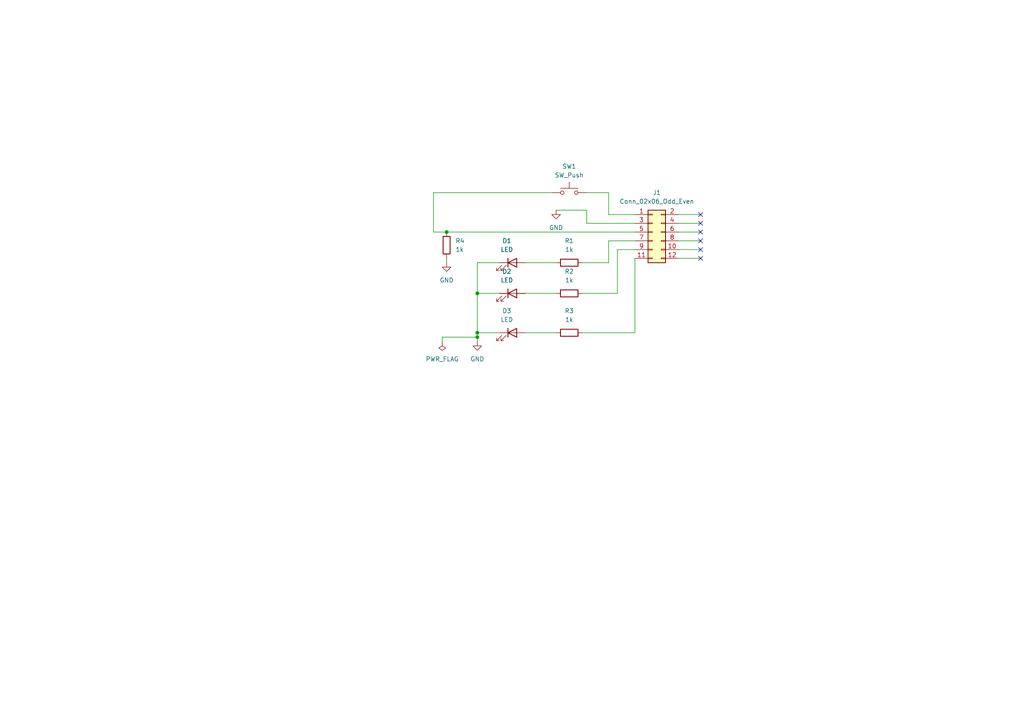
<source format=kicad_sch>
(kicad_sch (version 20230121) (generator eeschema)

  (uuid a091fa76-a513-4bf4-8472-02eac1c5e492)

  (paper "A4")

  (title_block
    (title "kv260-gpio")
    (date "2024-01-29")
    (rev "1.0")
  )

  (lib_symbols
    (symbol "Connector_Generic:Conn_02x06_Odd_Even" (pin_names (offset 1.016) hide) (in_bom yes) (on_board yes)
      (property "Reference" "J" (at 1.27 7.62 0)
        (effects (font (size 1.27 1.27)))
      )
      (property "Value" "Conn_02x06_Odd_Even" (at 1.27 -10.16 0)
        (effects (font (size 1.27 1.27)))
      )
      (property "Footprint" "" (at 0 0 0)
        (effects (font (size 1.27 1.27)) hide)
      )
      (property "Datasheet" "~" (at 0 0 0)
        (effects (font (size 1.27 1.27)) hide)
      )
      (property "ki_keywords" "connector" (at 0 0 0)
        (effects (font (size 1.27 1.27)) hide)
      )
      (property "ki_description" "Generic connector, double row, 02x06, odd/even pin numbering scheme (row 1 odd numbers, row 2 even numbers), script generated (kicad-library-utils/schlib/autogen/connector/)" (at 0 0 0)
        (effects (font (size 1.27 1.27)) hide)
      )
      (property "ki_fp_filters" "Connector*:*_2x??_*" (at 0 0 0)
        (effects (font (size 1.27 1.27)) hide)
      )
      (symbol "Conn_02x06_Odd_Even_1_1"
        (rectangle (start -1.27 -7.493) (end 0 -7.747)
          (stroke (width 0.1524) (type default))
          (fill (type none))
        )
        (rectangle (start -1.27 -4.953) (end 0 -5.207)
          (stroke (width 0.1524) (type default))
          (fill (type none))
        )
        (rectangle (start -1.27 -2.413) (end 0 -2.667)
          (stroke (width 0.1524) (type default))
          (fill (type none))
        )
        (rectangle (start -1.27 0.127) (end 0 -0.127)
          (stroke (width 0.1524) (type default))
          (fill (type none))
        )
        (rectangle (start -1.27 2.667) (end 0 2.413)
          (stroke (width 0.1524) (type default))
          (fill (type none))
        )
        (rectangle (start -1.27 5.207) (end 0 4.953)
          (stroke (width 0.1524) (type default))
          (fill (type none))
        )
        (rectangle (start -1.27 6.35) (end 3.81 -8.89)
          (stroke (width 0.254) (type default))
          (fill (type background))
        )
        (rectangle (start 3.81 -7.493) (end 2.54 -7.747)
          (stroke (width 0.1524) (type default))
          (fill (type none))
        )
        (rectangle (start 3.81 -4.953) (end 2.54 -5.207)
          (stroke (width 0.1524) (type default))
          (fill (type none))
        )
        (rectangle (start 3.81 -2.413) (end 2.54 -2.667)
          (stroke (width 0.1524) (type default))
          (fill (type none))
        )
        (rectangle (start 3.81 0.127) (end 2.54 -0.127)
          (stroke (width 0.1524) (type default))
          (fill (type none))
        )
        (rectangle (start 3.81 2.667) (end 2.54 2.413)
          (stroke (width 0.1524) (type default))
          (fill (type none))
        )
        (rectangle (start 3.81 5.207) (end 2.54 4.953)
          (stroke (width 0.1524) (type default))
          (fill (type none))
        )
        (pin passive line (at -5.08 5.08 0) (length 3.81)
          (name "Pin_1" (effects (font (size 1.27 1.27))))
          (number "1" (effects (font (size 1.27 1.27))))
        )
        (pin passive line (at 7.62 -5.08 180) (length 3.81)
          (name "Pin_10" (effects (font (size 1.27 1.27))))
          (number "10" (effects (font (size 1.27 1.27))))
        )
        (pin passive line (at -5.08 -7.62 0) (length 3.81)
          (name "Pin_11" (effects (font (size 1.27 1.27))))
          (number "11" (effects (font (size 1.27 1.27))))
        )
        (pin passive line (at 7.62 -7.62 180) (length 3.81)
          (name "Pin_12" (effects (font (size 1.27 1.27))))
          (number "12" (effects (font (size 1.27 1.27))))
        )
        (pin passive line (at 7.62 5.08 180) (length 3.81)
          (name "Pin_2" (effects (font (size 1.27 1.27))))
          (number "2" (effects (font (size 1.27 1.27))))
        )
        (pin passive line (at -5.08 2.54 0) (length 3.81)
          (name "Pin_3" (effects (font (size 1.27 1.27))))
          (number "3" (effects (font (size 1.27 1.27))))
        )
        (pin passive line (at 7.62 2.54 180) (length 3.81)
          (name "Pin_4" (effects (font (size 1.27 1.27))))
          (number "4" (effects (font (size 1.27 1.27))))
        )
        (pin passive line (at -5.08 0 0) (length 3.81)
          (name "Pin_5" (effects (font (size 1.27 1.27))))
          (number "5" (effects (font (size 1.27 1.27))))
        )
        (pin passive line (at 7.62 0 180) (length 3.81)
          (name "Pin_6" (effects (font (size 1.27 1.27))))
          (number "6" (effects (font (size 1.27 1.27))))
        )
        (pin passive line (at -5.08 -2.54 0) (length 3.81)
          (name "Pin_7" (effects (font (size 1.27 1.27))))
          (number "7" (effects (font (size 1.27 1.27))))
        )
        (pin passive line (at 7.62 -2.54 180) (length 3.81)
          (name "Pin_8" (effects (font (size 1.27 1.27))))
          (number "8" (effects (font (size 1.27 1.27))))
        )
        (pin passive line (at -5.08 -5.08 0) (length 3.81)
          (name "Pin_9" (effects (font (size 1.27 1.27))))
          (number "9" (effects (font (size 1.27 1.27))))
        )
      )
    )
    (symbol "Device:LED" (pin_numbers hide) (pin_names (offset 1.016) hide) (in_bom yes) (on_board yes)
      (property "Reference" "D" (at 0 2.54 0)
        (effects (font (size 1.27 1.27)))
      )
      (property "Value" "LED" (at 0 -2.54 0)
        (effects (font (size 1.27 1.27)))
      )
      (property "Footprint" "" (at 0 0 0)
        (effects (font (size 1.27 1.27)) hide)
      )
      (property "Datasheet" "~" (at 0 0 0)
        (effects (font (size 1.27 1.27)) hide)
      )
      (property "ki_keywords" "LED diode" (at 0 0 0)
        (effects (font (size 1.27 1.27)) hide)
      )
      (property "ki_description" "Light emitting diode" (at 0 0 0)
        (effects (font (size 1.27 1.27)) hide)
      )
      (property "ki_fp_filters" "LED* LED_SMD:* LED_THT:*" (at 0 0 0)
        (effects (font (size 1.27 1.27)) hide)
      )
      (symbol "LED_0_1"
        (polyline
          (pts
            (xy -1.27 -1.27)
            (xy -1.27 1.27)
          )
          (stroke (width 0.254) (type default))
          (fill (type none))
        )
        (polyline
          (pts
            (xy -1.27 0)
            (xy 1.27 0)
          )
          (stroke (width 0) (type default))
          (fill (type none))
        )
        (polyline
          (pts
            (xy 1.27 -1.27)
            (xy 1.27 1.27)
            (xy -1.27 0)
            (xy 1.27 -1.27)
          )
          (stroke (width 0.254) (type default))
          (fill (type none))
        )
        (polyline
          (pts
            (xy -3.048 -0.762)
            (xy -4.572 -2.286)
            (xy -3.81 -2.286)
            (xy -4.572 -2.286)
            (xy -4.572 -1.524)
          )
          (stroke (width 0) (type default))
          (fill (type none))
        )
        (polyline
          (pts
            (xy -1.778 -0.762)
            (xy -3.302 -2.286)
            (xy -2.54 -2.286)
            (xy -3.302 -2.286)
            (xy -3.302 -1.524)
          )
          (stroke (width 0) (type default))
          (fill (type none))
        )
      )
      (symbol "LED_1_1"
        (pin passive line (at -3.81 0 0) (length 2.54)
          (name "K" (effects (font (size 1.27 1.27))))
          (number "1" (effects (font (size 1.27 1.27))))
        )
        (pin passive line (at 3.81 0 180) (length 2.54)
          (name "A" (effects (font (size 1.27 1.27))))
          (number "2" (effects (font (size 1.27 1.27))))
        )
      )
    )
    (symbol "Device:R" (pin_numbers hide) (pin_names (offset 0)) (in_bom yes) (on_board yes)
      (property "Reference" "R" (at 2.032 0 90)
        (effects (font (size 1.27 1.27)))
      )
      (property "Value" "R" (at 0 0 90)
        (effects (font (size 1.27 1.27)))
      )
      (property "Footprint" "" (at -1.778 0 90)
        (effects (font (size 1.27 1.27)) hide)
      )
      (property "Datasheet" "~" (at 0 0 0)
        (effects (font (size 1.27 1.27)) hide)
      )
      (property "ki_keywords" "R res resistor" (at 0 0 0)
        (effects (font (size 1.27 1.27)) hide)
      )
      (property "ki_description" "Resistor" (at 0 0 0)
        (effects (font (size 1.27 1.27)) hide)
      )
      (property "ki_fp_filters" "R_*" (at 0 0 0)
        (effects (font (size 1.27 1.27)) hide)
      )
      (symbol "R_0_1"
        (rectangle (start -1.016 -2.54) (end 1.016 2.54)
          (stroke (width 0.254) (type default))
          (fill (type none))
        )
      )
      (symbol "R_1_1"
        (pin passive line (at 0 3.81 270) (length 1.27)
          (name "~" (effects (font (size 1.27 1.27))))
          (number "1" (effects (font (size 1.27 1.27))))
        )
        (pin passive line (at 0 -3.81 90) (length 1.27)
          (name "~" (effects (font (size 1.27 1.27))))
          (number "2" (effects (font (size 1.27 1.27))))
        )
      )
    )
    (symbol "Switch:SW_Push" (pin_numbers hide) (pin_names (offset 1.016) hide) (in_bom yes) (on_board yes)
      (property "Reference" "SW" (at 1.27 2.54 0)
        (effects (font (size 1.27 1.27)) (justify left))
      )
      (property "Value" "SW_Push" (at 0 -1.524 0)
        (effects (font (size 1.27 1.27)))
      )
      (property "Footprint" "" (at 0 5.08 0)
        (effects (font (size 1.27 1.27)) hide)
      )
      (property "Datasheet" "~" (at 0 5.08 0)
        (effects (font (size 1.27 1.27)) hide)
      )
      (property "ki_keywords" "switch normally-open pushbutton push-button" (at 0 0 0)
        (effects (font (size 1.27 1.27)) hide)
      )
      (property "ki_description" "Push button switch, generic, two pins" (at 0 0 0)
        (effects (font (size 1.27 1.27)) hide)
      )
      (symbol "SW_Push_0_1"
        (circle (center -2.032 0) (radius 0.508)
          (stroke (width 0) (type default))
          (fill (type none))
        )
        (polyline
          (pts
            (xy 0 1.27)
            (xy 0 3.048)
          )
          (stroke (width 0) (type default))
          (fill (type none))
        )
        (polyline
          (pts
            (xy 2.54 1.27)
            (xy -2.54 1.27)
          )
          (stroke (width 0) (type default))
          (fill (type none))
        )
        (circle (center 2.032 0) (radius 0.508)
          (stroke (width 0) (type default))
          (fill (type none))
        )
        (pin passive line (at -5.08 0 0) (length 2.54)
          (name "1" (effects (font (size 1.27 1.27))))
          (number "1" (effects (font (size 1.27 1.27))))
        )
        (pin passive line (at 5.08 0 180) (length 2.54)
          (name "2" (effects (font (size 1.27 1.27))))
          (number "2" (effects (font (size 1.27 1.27))))
        )
      )
    )
    (symbol "power:GND" (power) (pin_names (offset 0)) (in_bom yes) (on_board yes)
      (property "Reference" "#PWR" (at 0 -6.35 0)
        (effects (font (size 1.27 1.27)) hide)
      )
      (property "Value" "GND" (at 0 -3.81 0)
        (effects (font (size 1.27 1.27)))
      )
      (property "Footprint" "" (at 0 0 0)
        (effects (font (size 1.27 1.27)) hide)
      )
      (property "Datasheet" "" (at 0 0 0)
        (effects (font (size 1.27 1.27)) hide)
      )
      (property "ki_keywords" "global power" (at 0 0 0)
        (effects (font (size 1.27 1.27)) hide)
      )
      (property "ki_description" "Power symbol creates a global label with name \"GND\" , ground" (at 0 0 0)
        (effects (font (size 1.27 1.27)) hide)
      )
      (symbol "GND_0_1"
        (polyline
          (pts
            (xy 0 0)
            (xy 0 -1.27)
            (xy 1.27 -1.27)
            (xy 0 -2.54)
            (xy -1.27 -1.27)
            (xy 0 -1.27)
          )
          (stroke (width 0) (type default))
          (fill (type none))
        )
      )
      (symbol "GND_1_1"
        (pin power_in line (at 0 0 270) (length 0) hide
          (name "GND" (effects (font (size 1.27 1.27))))
          (number "1" (effects (font (size 1.27 1.27))))
        )
      )
    )
    (symbol "power:PWR_FLAG" (power) (pin_numbers hide) (pin_names (offset 0) hide) (in_bom yes) (on_board yes)
      (property "Reference" "#FLG" (at 0 1.905 0)
        (effects (font (size 1.27 1.27)) hide)
      )
      (property "Value" "PWR_FLAG" (at 0 3.81 0)
        (effects (font (size 1.27 1.27)))
      )
      (property "Footprint" "" (at 0 0 0)
        (effects (font (size 1.27 1.27)) hide)
      )
      (property "Datasheet" "~" (at 0 0 0)
        (effects (font (size 1.27 1.27)) hide)
      )
      (property "ki_keywords" "flag power" (at 0 0 0)
        (effects (font (size 1.27 1.27)) hide)
      )
      (property "ki_description" "Special symbol for telling ERC where power comes from" (at 0 0 0)
        (effects (font (size 1.27 1.27)) hide)
      )
      (symbol "PWR_FLAG_0_0"
        (pin power_out line (at 0 0 90) (length 0)
          (name "pwr" (effects (font (size 1.27 1.27))))
          (number "1" (effects (font (size 1.27 1.27))))
        )
      )
      (symbol "PWR_FLAG_0_1"
        (polyline
          (pts
            (xy 0 0)
            (xy 0 1.27)
            (xy -1.016 1.905)
            (xy 0 2.54)
            (xy 1.016 1.905)
            (xy 0 1.27)
          )
          (stroke (width 0) (type default))
          (fill (type none))
        )
      )
    )
  )

  (junction (at 138.43 96.52) (diameter 0) (color 0 0 0 0)
    (uuid 55745afe-e276-4d41-934c-b90c6437f11d)
  )
  (junction (at 129.54 67.31) (diameter 0) (color 0 0 0 0)
    (uuid 580bcb1d-95a4-4631-8f15-825d233651b4)
  )
  (junction (at 138.43 97.79) (diameter 0) (color 0 0 0 0)
    (uuid 6b7f76f0-fce5-4a8e-a429-dfde7963439b)
  )
  (junction (at 138.43 85.09) (diameter 0) (color 0 0 0 0)
    (uuid 945391c0-251e-4599-9fa1-11e67693a37b)
  )

  (no_connect (at 203.2 67.31) (uuid 191d209d-6dd2-4b90-970e-197eca65df43))
  (no_connect (at 203.2 72.39) (uuid 3a883719-5fc0-4cc4-a7b3-59c7b7b6fcad))
  (no_connect (at 203.2 64.77) (uuid 524c0aef-b8e7-433a-8323-61e171c72eaf))
  (no_connect (at 203.2 62.23) (uuid 72be9904-4944-486c-84ff-cb185cfeacb1))
  (no_connect (at 203.2 69.85) (uuid 78b463dd-446a-4592-936b-10085c46ba53))
  (no_connect (at 203.2 74.93) (uuid b933543f-a0ad-4a54-86d9-c347448dd5cc))

  (wire (pts (xy 152.4 76.2) (xy 161.29 76.2))
    (stroke (width 0) (type default))
    (uuid 063e9191-517e-44f3-8728-b203a18cd80c)
  )
  (wire (pts (xy 168.91 76.2) (xy 176.53 76.2))
    (stroke (width 0) (type default))
    (uuid 06b0f0a5-cd32-4515-88e3-941b4205dc32)
  )
  (wire (pts (xy 184.15 64.77) (xy 170.18 64.77))
    (stroke (width 0) (type default))
    (uuid 1337f6b8-9f14-4101-99f3-22adc003f44a)
  )
  (wire (pts (xy 138.43 76.2) (xy 138.43 85.09))
    (stroke (width 0) (type default))
    (uuid 13905f37-115c-4988-a164-9dee84169a84)
  )
  (wire (pts (xy 196.85 69.85) (xy 203.2 69.85))
    (stroke (width 0) (type default))
    (uuid 141eef0d-bf7d-4a9a-b410-969a09b261d0)
  )
  (wire (pts (xy 129.54 67.31) (xy 184.15 67.31))
    (stroke (width 0) (type default))
    (uuid 172a9d4e-1039-4150-8e45-a23002bb7d18)
  )
  (wire (pts (xy 196.85 62.23) (xy 203.2 62.23))
    (stroke (width 0) (type default))
    (uuid 24191872-e72b-44ef-bba5-2e8961b8edf9)
  )
  (wire (pts (xy 184.15 96.52) (xy 184.15 74.93))
    (stroke (width 0) (type default))
    (uuid 25b5504d-5649-4632-b5f0-c9bf96342e08)
  )
  (wire (pts (xy 138.43 96.52) (xy 138.43 97.79))
    (stroke (width 0) (type default))
    (uuid 3a51dc64-c65a-4493-bbdb-05d442022b00)
  )
  (wire (pts (xy 184.15 72.39) (xy 179.07 72.39))
    (stroke (width 0) (type default))
    (uuid 3d95c86b-7d63-474f-b0d4-685deba0ae95)
  )
  (wire (pts (xy 144.78 76.2) (xy 138.43 76.2))
    (stroke (width 0) (type default))
    (uuid 43513c0c-e168-441c-8e96-35c5c1deacbf)
  )
  (wire (pts (xy 128.27 97.79) (xy 138.43 97.79))
    (stroke (width 0) (type default))
    (uuid 46a99a60-8fd3-4179-802c-841912147ff1)
  )
  (wire (pts (xy 128.27 99.06) (xy 128.27 97.79))
    (stroke (width 0) (type default))
    (uuid 4e0de458-8b73-4c7a-bd2d-d3ac05ccff71)
  )
  (wire (pts (xy 176.53 76.2) (xy 176.53 69.85))
    (stroke (width 0) (type default))
    (uuid 4fdccfb6-c2fe-4608-b6c3-b0c9d8aa7743)
  )
  (wire (pts (xy 179.07 72.39) (xy 179.07 85.09))
    (stroke (width 0) (type default))
    (uuid 5a8e6e7d-1b90-4283-8129-c1b308c343c6)
  )
  (wire (pts (xy 138.43 85.09) (xy 138.43 96.52))
    (stroke (width 0) (type default))
    (uuid 5bf2dd65-bade-4abd-817c-2038210d9c04)
  )
  (wire (pts (xy 170.18 64.77) (xy 170.18 60.96))
    (stroke (width 0) (type default))
    (uuid 64b66a31-5968-4f5a-b3a6-ec99d182ea96)
  )
  (wire (pts (xy 138.43 85.09) (xy 144.78 85.09))
    (stroke (width 0) (type default))
    (uuid 6b0e7a23-c1cf-4f71-bc1a-3ad3b007e685)
  )
  (wire (pts (xy 196.85 72.39) (xy 203.2 72.39))
    (stroke (width 0) (type default))
    (uuid 76602296-d667-4b9e-ad3f-72f37f963f85)
  )
  (wire (pts (xy 125.73 55.88) (xy 125.73 67.31))
    (stroke (width 0) (type default))
    (uuid 7e9ac64b-c3e5-49f2-9381-d7319d301a09)
  )
  (wire (pts (xy 176.53 62.23) (xy 184.15 62.23))
    (stroke (width 0) (type default))
    (uuid 8a4de871-c328-40c2-a748-b9c070f8d401)
  )
  (wire (pts (xy 125.73 55.88) (xy 160.02 55.88))
    (stroke (width 0) (type default))
    (uuid 8a778339-2ad8-429e-a63a-fcc907f43b26)
  )
  (wire (pts (xy 138.43 96.52) (xy 144.78 96.52))
    (stroke (width 0) (type default))
    (uuid 8f261565-c479-4e24-82ec-064f286ebe9d)
  )
  (wire (pts (xy 176.53 55.88) (xy 176.53 62.23))
    (stroke (width 0) (type default))
    (uuid a30c0789-4c8e-4436-8d22-8a74cf532207)
  )
  (wire (pts (xy 196.85 67.31) (xy 203.2 67.31))
    (stroke (width 0) (type default))
    (uuid a391932f-5156-420c-aacf-d1d81a7efee6)
  )
  (wire (pts (xy 170.18 55.88) (xy 176.53 55.88))
    (stroke (width 0) (type default))
    (uuid af5a2cd8-23aa-47b0-b411-01ac634b7265)
  )
  (wire (pts (xy 196.85 74.93) (xy 203.2 74.93))
    (stroke (width 0) (type default))
    (uuid b1c74db2-05ee-4e32-b497-afe33896eab7)
  )
  (wire (pts (xy 152.4 85.09) (xy 161.29 85.09))
    (stroke (width 0) (type default))
    (uuid b85c7e5c-3831-4443-b4cf-36c32c5523b4)
  )
  (wire (pts (xy 152.4 96.52) (xy 161.29 96.52))
    (stroke (width 0) (type default))
    (uuid b9b85b58-8ad9-4233-a028-823b9e3a8649)
  )
  (wire (pts (xy 138.43 97.79) (xy 138.43 99.06))
    (stroke (width 0) (type default))
    (uuid c74b62b9-e0ad-412b-9cb1-17d5c32e07c3)
  )
  (wire (pts (xy 196.85 64.77) (xy 203.2 64.77))
    (stroke (width 0) (type default))
    (uuid c8398857-0799-4160-b249-131b4a02059b)
  )
  (wire (pts (xy 125.73 67.31) (xy 129.54 67.31))
    (stroke (width 0) (type default))
    (uuid d41336ac-d19c-48d8-b44f-c60ed2036162)
  )
  (wire (pts (xy 168.91 85.09) (xy 179.07 85.09))
    (stroke (width 0) (type default))
    (uuid dc8d5a46-ca58-4e54-b547-75f584b695cb)
  )
  (wire (pts (xy 170.18 60.96) (xy 161.29 60.96))
    (stroke (width 0) (type default))
    (uuid df2ac540-e1aa-45cb-a6e5-804a4a9538d5)
  )
  (wire (pts (xy 168.91 96.52) (xy 184.15 96.52))
    (stroke (width 0) (type default))
    (uuid e0e36f33-9c85-438e-bf58-42a71fbccf97)
  )
  (wire (pts (xy 176.53 69.85) (xy 184.15 69.85))
    (stroke (width 0) (type default))
    (uuid ebf5a7b8-e098-4120-9d6f-386a218481f2)
  )
  (wire (pts (xy 129.54 74.93) (xy 129.54 76.2))
    (stroke (width 0) (type default))
    (uuid f9d90169-c46e-4256-822b-d443ff401967)
  )

  (symbol (lib_id "Device:R") (at 165.1 76.2 270) (unit 1)
    (in_bom yes) (on_board yes) (dnp no) (fields_autoplaced)
    (uuid 02bac19e-99db-4687-97b3-199c81aee2d0)
    (property "Reference" "R1" (at 165.1 69.85 90)
      (effects (font (size 1.27 1.27)))
    )
    (property "Value" "1k" (at 165.1 72.39 90)
      (effects (font (size 1.27 1.27)))
    )
    (property "Footprint" "Resistor_SMD:R_0603_1608Metric" (at 165.1 74.422 90)
      (effects (font (size 1.27 1.27)) hide)
    )
    (property "Datasheet" "~" (at 165.1 76.2 0)
      (effects (font (size 1.27 1.27)) hide)
    )
    (pin "1" (uuid a8e5fe29-1279-409e-b68f-76ffa8a2ad18))
    (pin "2" (uuid 88da91f5-1d03-4e0c-8344-18ed737b1589))
    (instances
      (project "test-smd"
        (path "/a091fa76-a513-4bf4-8472-02eac1c5e492"
          (reference "R1") (unit 1)
        )
      )
    )
  )

  (symbol (lib_id "Device:LED") (at 148.59 96.52 0) (unit 1)
    (in_bom yes) (on_board yes) (dnp no) (fields_autoplaced)
    (uuid 0efc46b1-51d4-4222-9265-4300df9dd306)
    (property "Reference" "D3" (at 147.0025 90.17 0)
      (effects (font (size 1.27 1.27)))
    )
    (property "Value" "LED" (at 147.0025 92.71 0)
      (effects (font (size 1.27 1.27)))
    )
    (property "Footprint" "LED_THT:LED_D3.0mm" (at 148.59 96.52 0)
      (effects (font (size 1.27 1.27)) hide)
    )
    (property "Datasheet" "~" (at 148.59 96.52 0)
      (effects (font (size 1.27 1.27)) hide)
    )
    (pin "1" (uuid b67f3ede-5724-4bee-a6b5-dc67c15786a2))
    (pin "2" (uuid 9d2a8dc2-7a89-44a5-a278-fee9134f012f))
    (instances
      (project "test-smd"
        (path "/a091fa76-a513-4bf4-8472-02eac1c5e492"
          (reference "D3") (unit 1)
        )
      )
    )
  )

  (symbol (lib_id "power:GND") (at 138.43 99.06 0) (unit 1)
    (in_bom yes) (on_board yes) (dnp no) (fields_autoplaced)
    (uuid 13d08357-9b6f-4545-826e-e4cb7ac0523b)
    (property "Reference" "#PWR02" (at 138.43 105.41 0)
      (effects (font (size 1.27 1.27)) hide)
    )
    (property "Value" "GND" (at 138.43 104.14 0)
      (effects (font (size 1.27 1.27)))
    )
    (property "Footprint" "" (at 138.43 99.06 0)
      (effects (font (size 1.27 1.27)) hide)
    )
    (property "Datasheet" "" (at 138.43 99.06 0)
      (effects (font (size 1.27 1.27)) hide)
    )
    (pin "1" (uuid 846badab-e15d-479d-9644-ba4d64069635))
    (instances
      (project "test-smd"
        (path "/a091fa76-a513-4bf4-8472-02eac1c5e492"
          (reference "#PWR02") (unit 1)
        )
      )
    )
  )

  (symbol (lib_id "Device:LED") (at 148.59 85.09 0) (unit 1)
    (in_bom yes) (on_board yes) (dnp no)
    (uuid 16b02a13-656d-41b4-90ee-e19ac4af1399)
    (property "Reference" "D2" (at 147.0025 78.74 0)
      (effects (font (size 1.27 1.27)))
    )
    (property "Value" "LED" (at 147.0025 81.28 0)
      (effects (font (size 1.27 1.27)))
    )
    (property "Footprint" "LED_THT:LED_D3.0mm" (at 148.59 85.09 0)
      (effects (font (size 1.27 1.27)) hide)
    )
    (property "Datasheet" "~" (at 148.59 85.09 0)
      (effects (font (size 1.27 1.27)) hide)
    )
    (pin "1" (uuid 79c27235-e267-40d2-ad93-a4b82c4f060a))
    (pin "2" (uuid a498e65d-f5be-4b94-a4c3-d2e24393a7ac))
    (instances
      (project "test-smd"
        (path "/a091fa76-a513-4bf4-8472-02eac1c5e492"
          (reference "D2") (unit 1)
        )
      )
    )
  )

  (symbol (lib_id "Device:R") (at 165.1 96.52 270) (unit 1)
    (in_bom yes) (on_board yes) (dnp no) (fields_autoplaced)
    (uuid 2b8e61d4-cc9b-4453-8818-6c00dadda611)
    (property "Reference" "R3" (at 165.1 90.17 90)
      (effects (font (size 1.27 1.27)))
    )
    (property "Value" "1k" (at 165.1 92.71 90)
      (effects (font (size 1.27 1.27)))
    )
    (property "Footprint" "Resistor_SMD:R_0603_1608Metric" (at 165.1 94.742 90)
      (effects (font (size 1.27 1.27)) hide)
    )
    (property "Datasheet" "~" (at 165.1 96.52 0)
      (effects (font (size 1.27 1.27)) hide)
    )
    (pin "1" (uuid a364479f-4785-4a9b-934f-9c921f677a60))
    (pin "2" (uuid 9008b31f-25ff-40b1-9523-23dbf639f33e))
    (instances
      (project "test-smd"
        (path "/a091fa76-a513-4bf4-8472-02eac1c5e492"
          (reference "R3") (unit 1)
        )
      )
    )
  )

  (symbol (lib_id "Device:R") (at 129.54 71.12 0) (unit 1)
    (in_bom yes) (on_board yes) (dnp no) (fields_autoplaced)
    (uuid 5062f929-973d-4e68-b225-613a15ee0409)
    (property "Reference" "R4" (at 132.08 69.85 0)
      (effects (font (size 1.27 1.27)) (justify left))
    )
    (property "Value" "1k" (at 132.08 72.39 0)
      (effects (font (size 1.27 1.27)) (justify left))
    )
    (property "Footprint" "Resistor_SMD:R_0603_1608Metric" (at 127.762 71.12 90)
      (effects (font (size 1.27 1.27)) hide)
    )
    (property "Datasheet" "~" (at 129.54 71.12 0)
      (effects (font (size 1.27 1.27)) hide)
    )
    (pin "2" (uuid 41caea67-12f7-4944-a103-e11da05476c6))
    (pin "1" (uuid b924654b-e970-40f5-be5a-4ad1b073044f))
    (instances
      (project "test-smd"
        (path "/a091fa76-a513-4bf4-8472-02eac1c5e492"
          (reference "R4") (unit 1)
        )
      )
    )
  )

  (symbol (lib_id "power:PWR_FLAG") (at 128.27 99.06 180) (unit 1)
    (in_bom yes) (on_board yes) (dnp no) (fields_autoplaced)
    (uuid 57f9ec67-1407-4cd8-a422-e4f579a5618d)
    (property "Reference" "#FLG01" (at 128.27 100.965 0)
      (effects (font (size 1.27 1.27)) hide)
    )
    (property "Value" "PWR_FLAG" (at 128.27 104.14 0)
      (effects (font (size 1.27 1.27)))
    )
    (property "Footprint" "" (at 128.27 99.06 0)
      (effects (font (size 1.27 1.27)) hide)
    )
    (property "Datasheet" "~" (at 128.27 99.06 0)
      (effects (font (size 1.27 1.27)) hide)
    )
    (pin "1" (uuid 43e85298-f5d4-4223-84a4-c640e8adbd10))
    (instances
      (project "test-smd"
        (path "/a091fa76-a513-4bf4-8472-02eac1c5e492"
          (reference "#FLG01") (unit 1)
        )
      )
    )
  )

  (symbol (lib_id "power:GND") (at 161.29 60.96 0) (unit 1)
    (in_bom yes) (on_board yes) (dnp no) (fields_autoplaced)
    (uuid 8cffcf68-5736-4b7f-95a6-46c332292c6e)
    (property "Reference" "#PWR01" (at 161.29 67.31 0)
      (effects (font (size 1.27 1.27)) hide)
    )
    (property "Value" "GND" (at 161.29 66.04 0)
      (effects (font (size 1.27 1.27)))
    )
    (property "Footprint" "" (at 161.29 60.96 0)
      (effects (font (size 1.27 1.27)) hide)
    )
    (property "Datasheet" "" (at 161.29 60.96 0)
      (effects (font (size 1.27 1.27)) hide)
    )
    (pin "1" (uuid 87f198cc-a0d2-4e71-8ab8-2116d1775c86))
    (instances
      (project "test-smd"
        (path "/a091fa76-a513-4bf4-8472-02eac1c5e492"
          (reference "#PWR01") (unit 1)
        )
      )
    )
  )

  (symbol (lib_id "Switch:SW_Push") (at 165.1 55.88 0) (mirror y) (unit 1)
    (in_bom yes) (on_board yes) (dnp no)
    (uuid b3a2d197-5f84-44cd-ae92-d5336574fab7)
    (property "Reference" "SW1" (at 165.1 48.26 0)
      (effects (font (size 1.27 1.27)))
    )
    (property "Value" "SW_Push" (at 165.1 50.8 0)
      (effects (font (size 1.27 1.27)))
    )
    (property "Footprint" "Button_Switch_THT:SW_PUSH_6mm_H4.3mm" (at 165.1 50.8 0)
      (effects (font (size 1.27 1.27)) hide)
    )
    (property "Datasheet" "~" (at 165.1 50.8 0)
      (effects (font (size 1.27 1.27)) hide)
    )
    (pin "1" (uuid b83bfdd7-9671-4e44-9070-8aeef7145094))
    (pin "2" (uuid 52e51c60-4f79-4d01-8854-d7e7347d6d35))
    (instances
      (project "test-smd"
        (path "/a091fa76-a513-4bf4-8472-02eac1c5e492"
          (reference "SW1") (unit 1)
        )
      )
    )
  )

  (symbol (lib_id "Connector_Generic:Conn_02x06_Odd_Even") (at 189.23 67.31 0) (unit 1)
    (in_bom yes) (on_board yes) (dnp no) (fields_autoplaced)
    (uuid cf76c3de-36e1-49d7-ba07-ca196ba240ec)
    (property "Reference" "J1" (at 190.5 55.88 0)
      (effects (font (size 1.27 1.27)))
    )
    (property "Value" "Conn_02x06_Odd_Even" (at 190.5 58.42 0)
      (effects (font (size 1.27 1.27)))
    )
    (property "Footprint" "Connector_PinHeader_2.54mm:PinHeader_2x06_P2.54mm_Horizontal" (at 189.23 67.31 0)
      (effects (font (size 1.27 1.27)) hide)
    )
    (property "Datasheet" "~" (at 189.23 67.31 0)
      (effects (font (size 1.27 1.27)) hide)
    )
    (pin "3" (uuid 83201a4a-0029-4983-ac14-a3ba418dbbea))
    (pin "10" (uuid 27a4105a-7797-4bf4-8c07-838ea685aed3))
    (pin "1" (uuid 4a49f0a7-b0f7-4d71-b3cb-6015a0f93387))
    (pin "8" (uuid e70a9e6b-22fb-49c2-8ac0-9bf61b339fb7))
    (pin "7" (uuid 6915cb18-3a88-482e-92db-4f2c26ed101c))
    (pin "5" (uuid 506afdb9-9751-4399-86e5-aed4046d252a))
    (pin "12" (uuid d8f6d538-397b-4c6e-b027-85d8cdbe19dc))
    (pin "2" (uuid 1cb7378b-d261-4445-b71e-83a145ee6a86))
    (pin "9" (uuid 7869ec85-008e-4b44-8c27-82c2a0c672e6))
    (pin "11" (uuid b740acf6-fdb9-4a59-8443-bd438af8941b))
    (pin "6" (uuid 95f2e22e-f2fb-469b-a465-994b0c06bf57))
    (pin "4" (uuid fc9600d3-3c42-424d-9adb-84d805c98b92))
    (instances
      (project "test-smd"
        (path "/a091fa76-a513-4bf4-8472-02eac1c5e492"
          (reference "J1") (unit 1)
        )
      )
    )
  )

  (symbol (lib_id "power:GND") (at 129.54 76.2 0) (unit 1)
    (in_bom yes) (on_board yes) (dnp no) (fields_autoplaced)
    (uuid f22ef954-b1c6-4215-9377-b1e7333158fb)
    (property "Reference" "#PWR03" (at 129.54 82.55 0)
      (effects (font (size 1.27 1.27)) hide)
    )
    (property "Value" "GND" (at 129.54 81.28 0)
      (effects (font (size 1.27 1.27)))
    )
    (property "Footprint" "" (at 129.54 76.2 0)
      (effects (font (size 1.27 1.27)) hide)
    )
    (property "Datasheet" "" (at 129.54 76.2 0)
      (effects (font (size 1.27 1.27)) hide)
    )
    (pin "1" (uuid 1d511dda-4d70-42f4-87b8-6aa607802353))
    (instances
      (project "test-smd"
        (path "/a091fa76-a513-4bf4-8472-02eac1c5e492"
          (reference "#PWR03") (unit 1)
        )
      )
    )
  )

  (symbol (lib_id "Device:R") (at 165.1 85.09 270) (unit 1)
    (in_bom yes) (on_board yes) (dnp no) (fields_autoplaced)
    (uuid f7f1b1f3-a94d-4142-8abe-fe08ad51a6b5)
    (property "Reference" "R2" (at 165.1 78.74 90)
      (effects (font (size 1.27 1.27)))
    )
    (property "Value" "1k" (at 165.1 81.28 90)
      (effects (font (size 1.27 1.27)))
    )
    (property "Footprint" "Resistor_SMD:R_0603_1608Metric" (at 165.1 83.312 90)
      (effects (font (size 1.27 1.27)) hide)
    )
    (property "Datasheet" "~" (at 165.1 85.09 0)
      (effects (font (size 1.27 1.27)) hide)
    )
    (pin "1" (uuid a04011aa-f487-43b7-a3ef-05f7b82692af))
    (pin "2" (uuid 3f45faa0-23b5-4ac7-af38-de3ddc6c5428))
    (instances
      (project "test-smd"
        (path "/a091fa76-a513-4bf4-8472-02eac1c5e492"
          (reference "R2") (unit 1)
        )
      )
    )
  )

  (symbol (lib_id "Device:LED") (at 148.59 76.2 0) (unit 1)
    (in_bom yes) (on_board yes) (dnp no) (fields_autoplaced)
    (uuid f9b0f383-8ece-4a39-a7de-8c4187346689)
    (property "Reference" "D1" (at 147.0025 69.85 0)
      (effects (font (size 1.27 1.27)))
    )
    (property "Value" "LED" (at 147.0025 72.39 0)
      (effects (font (size 1.27 1.27)))
    )
    (property "Footprint" "LED_THT:LED_D3.0mm" (at 148.59 76.2 0)
      (effects (font (size 1.27 1.27)) hide)
    )
    (property "Datasheet" "~" (at 148.59 76.2 0)
      (effects (font (size 1.27 1.27)) hide)
    )
    (pin "1" (uuid a24b2d54-9245-44b2-b5f1-60ff7832de95))
    (pin "2" (uuid 15d92c07-5283-46e6-a783-2041c106ddca))
    (instances
      (project "test-smd"
        (path "/a091fa76-a513-4bf4-8472-02eac1c5e492"
          (reference "D1") (unit 1)
        )
      )
    )
  )

  (sheet_instances
    (path "/" (page "1"))
  )
)

</source>
